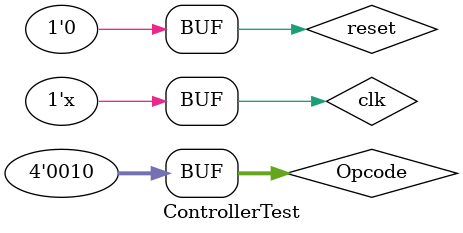
<source format=v>
module ControllerTest();
  reg clk, reset;
  reg [3:0] Opcode;
  wire LoadIR, IncPC, SelPC, LoadPC, LoadReg, LoadAcc;
  wire [1:0] SelAcc;
  wire [3:0] SelALU;

    // Correct module instantiation line
    Controller MUT(clk, reset, Opcode, LoadIR, IncPC, SelPC, LoadPC, LoadReg, LoadAcc, SelAcc, SelALU);
	
  always #5 clk = ~clk;
    initial
    begin
        clk=0;
        reset = 1'b0;
        #5 reset = 1'b1;
	      #5 reset = 1'b0;
        

        Opcode=4'b0001;
        #30 Opcode=4'b0010;
	
    end
endmodule

</source>
